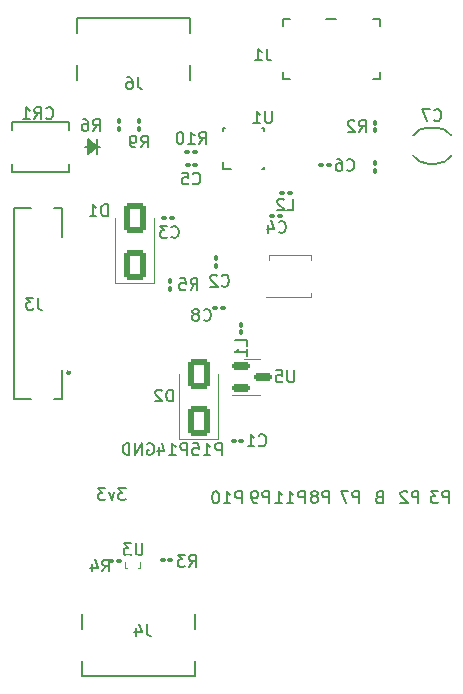
<source format=gbo>
%TF.GenerationSoftware,KiCad,Pcbnew,7.0.5*%
%TF.CreationDate,2023-07-07T08:41:41+03:00*%
%TF.ProjectId,carrier_board_v1,63617272-6965-4725-9f62-6f6172645f76,v01*%
%TF.SameCoordinates,Original*%
%TF.FileFunction,Legend,Bot*%
%TF.FilePolarity,Positive*%
%FSLAX46Y46*%
G04 Gerber Fmt 4.6, Leading zero omitted, Abs format (unit mm)*
G04 Created by KiCad (PCBNEW 7.0.5) date 2023-07-07 08:41:41*
%MOMM*%
%LPD*%
G01*
G04 APERTURE LIST*
G04 Aperture macros list*
%AMRoundRect*
0 Rectangle with rounded corners*
0 $1 Rounding radius*
0 $2 $3 $4 $5 $6 $7 $8 $9 X,Y pos of 4 corners*
0 Add a 4 corners polygon primitive as box body*
4,1,4,$2,$3,$4,$5,$6,$7,$8,$9,$2,$3,0*
0 Add four circle primitives for the rounded corners*
1,1,$1+$1,$2,$3*
1,1,$1+$1,$4,$5*
1,1,$1+$1,$6,$7*
1,1,$1+$1,$8,$9*
0 Add four rect primitives between the rounded corners*
20,1,$1+$1,$2,$3,$4,$5,0*
20,1,$1+$1,$4,$5,$6,$7,0*
20,1,$1+$1,$6,$7,$8,$9,0*
20,1,$1+$1,$8,$9,$2,$3,0*%
%AMOutline4P*
0 Free polygon, 4 corners , with rotation*
0 The origin of the aperture is its center*
0 number of corners: always 4*
0 $1 to $8 corner X, Y*
0 $9 Rotation angle, in degrees counterclockwise*
0 create outline with 4 corners*
4,1,4,$1,$2,$3,$4,$5,$6,$7,$8,$1,$2,$9*%
%AMFreePoly0*
4,1,17,1.395000,0.765000,0.855000,0.765000,0.855000,0.535000,1.395000,0.535000,1.395000,0.115000,0.855000,0.115000,0.855000,-0.115000,1.395000,-0.115000,1.395000,-0.535000,0.855000,-0.535000,0.855000,-0.765000,1.395000,-0.765000,1.395000,-1.185000,-0.855000,-1.185000,-0.855000,1.185000,1.395000,1.185000,1.395000,0.765000,1.395000,0.765000,$1*%
G04 Aperture macros list end*
%ADD10C,0.150000*%
%ADD11C,0.120000*%
%ADD12C,0.200000*%
%ADD13C,0.152400*%
%ADD14C,0.127000*%
%ADD15C,0.300000*%
%ADD16R,1.700000X1.700000*%
%ADD17O,1.700000X1.700000*%
%ADD18C,6.100000*%
%ADD19RoundRect,0.100000X0.100000X-0.130000X0.100000X0.130000X-0.100000X0.130000X-0.100000X-0.130000X0*%
%ADD20RoundRect,0.150000X-0.587500X-0.150000X0.587500X-0.150000X0.587500X0.150000X-0.587500X0.150000X0*%
%ADD21C,0.499999*%
%ADD22R,1.679999X1.679999*%
%ADD23R,0.240000X0.599999*%
%ADD24R,0.599999X0.240000*%
%ADD25C,1.168400*%
%ADD26RoundRect,0.100000X-0.130000X-0.100000X0.130000X-0.100000X0.130000X0.100000X-0.130000X0.100000X0*%
%ADD27RoundRect,0.100000X0.130000X0.100000X-0.130000X0.100000X-0.130000X-0.100000X0.130000X-0.100000X0*%
%ADD28C,0.650000*%
%ADD29R,0.600000X1.150000*%
%ADD30R,0.300000X1.150000*%
%ADD31O,1.050000X2.100000*%
%ADD32O,1.000000X2.000000*%
%ADD33R,0.300000X0.300000*%
%ADD34R,2.209800X2.260600*%
%ADD35Outline4P,-0.800000X-1.500000X0.800000X-1.500000X0.800000X1.500000X-0.800000X1.500000X180.000000*%
%ADD36Outline4P,-0.500000X-2.750000X0.500000X-2.750000X0.500000X2.750000X-0.500000X2.750000X180.000000*%
%ADD37R,1.000000X0.300000*%
%ADD38R,1.300000X1.650000*%
%ADD39RoundRect,0.100000X-0.100000X0.130000X-0.100000X-0.130000X0.100000X-0.130000X0.100000X0.130000X0*%
%ADD40RoundRect,0.250000X0.650000X-1.000000X0.650000X1.000000X-0.650000X1.000000X-0.650000X-1.000000X0*%
%ADD41R,0.700000X0.420000*%
%ADD42FreePoly0,0.000000*%
G04 APERTURE END LIST*
D10*
X149538094Y-119729819D02*
X149538094Y-118729819D01*
X149538094Y-118729819D02*
X149157142Y-118729819D01*
X149157142Y-118729819D02*
X149061904Y-118777438D01*
X149061904Y-118777438D02*
X149014285Y-118825057D01*
X149014285Y-118825057D02*
X148966666Y-118920295D01*
X148966666Y-118920295D02*
X148966666Y-119063152D01*
X148966666Y-119063152D02*
X149014285Y-119158390D01*
X149014285Y-119158390D02*
X149061904Y-119206009D01*
X149061904Y-119206009D02*
X149157142Y-119253628D01*
X149157142Y-119253628D02*
X149538094Y-119253628D01*
X148490475Y-119729819D02*
X148299999Y-119729819D01*
X148299999Y-119729819D02*
X148204761Y-119682200D01*
X148204761Y-119682200D02*
X148157142Y-119634580D01*
X148157142Y-119634580D02*
X148061904Y-119491723D01*
X148061904Y-119491723D02*
X148014285Y-119301247D01*
X148014285Y-119301247D02*
X148014285Y-118920295D01*
X148014285Y-118920295D02*
X148061904Y-118825057D01*
X148061904Y-118825057D02*
X148109523Y-118777438D01*
X148109523Y-118777438D02*
X148204761Y-118729819D01*
X148204761Y-118729819D02*
X148395237Y-118729819D01*
X148395237Y-118729819D02*
X148490475Y-118777438D01*
X148490475Y-118777438D02*
X148538094Y-118825057D01*
X148538094Y-118825057D02*
X148585713Y-118920295D01*
X148585713Y-118920295D02*
X148585713Y-119158390D01*
X148585713Y-119158390D02*
X148538094Y-119253628D01*
X148538094Y-119253628D02*
X148490475Y-119301247D01*
X148490475Y-119301247D02*
X148395237Y-119348866D01*
X148395237Y-119348866D02*
X148204761Y-119348866D01*
X148204761Y-119348866D02*
X148109523Y-119301247D01*
X148109523Y-119301247D02*
X148061904Y-119253628D01*
X148061904Y-119253628D02*
X148014285Y-119158390D01*
X164763094Y-119729819D02*
X164763094Y-118729819D01*
X164763094Y-118729819D02*
X164382142Y-118729819D01*
X164382142Y-118729819D02*
X164286904Y-118777438D01*
X164286904Y-118777438D02*
X164239285Y-118825057D01*
X164239285Y-118825057D02*
X164191666Y-118920295D01*
X164191666Y-118920295D02*
X164191666Y-119063152D01*
X164191666Y-119063152D02*
X164239285Y-119158390D01*
X164239285Y-119158390D02*
X164286904Y-119206009D01*
X164286904Y-119206009D02*
X164382142Y-119253628D01*
X164382142Y-119253628D02*
X164763094Y-119253628D01*
X163858332Y-118729819D02*
X163239285Y-118729819D01*
X163239285Y-118729819D02*
X163572618Y-119110771D01*
X163572618Y-119110771D02*
X163429761Y-119110771D01*
X163429761Y-119110771D02*
X163334523Y-119158390D01*
X163334523Y-119158390D02*
X163286904Y-119206009D01*
X163286904Y-119206009D02*
X163239285Y-119301247D01*
X163239285Y-119301247D02*
X163239285Y-119539342D01*
X163239285Y-119539342D02*
X163286904Y-119634580D01*
X163286904Y-119634580D02*
X163334523Y-119682200D01*
X163334523Y-119682200D02*
X163429761Y-119729819D01*
X163429761Y-119729819D02*
X163715475Y-119729819D01*
X163715475Y-119729819D02*
X163810713Y-119682200D01*
X163810713Y-119682200D02*
X163858332Y-119634580D01*
X139236904Y-114702438D02*
X139332142Y-114654819D01*
X139332142Y-114654819D02*
X139474999Y-114654819D01*
X139474999Y-114654819D02*
X139617856Y-114702438D01*
X139617856Y-114702438D02*
X139713094Y-114797676D01*
X139713094Y-114797676D02*
X139760713Y-114892914D01*
X139760713Y-114892914D02*
X139808332Y-115083390D01*
X139808332Y-115083390D02*
X139808332Y-115226247D01*
X139808332Y-115226247D02*
X139760713Y-115416723D01*
X139760713Y-115416723D02*
X139713094Y-115511961D01*
X139713094Y-115511961D02*
X139617856Y-115607200D01*
X139617856Y-115607200D02*
X139474999Y-115654819D01*
X139474999Y-115654819D02*
X139379761Y-115654819D01*
X139379761Y-115654819D02*
X139236904Y-115607200D01*
X139236904Y-115607200D02*
X139189285Y-115559580D01*
X139189285Y-115559580D02*
X139189285Y-115226247D01*
X139189285Y-115226247D02*
X139379761Y-115226247D01*
X138760713Y-115654819D02*
X138760713Y-114654819D01*
X138760713Y-114654819D02*
X138189285Y-115654819D01*
X138189285Y-115654819D02*
X138189285Y-114654819D01*
X137713094Y-115654819D02*
X137713094Y-114654819D01*
X137713094Y-114654819D02*
X137474999Y-114654819D01*
X137474999Y-114654819D02*
X137332142Y-114702438D01*
X137332142Y-114702438D02*
X137236904Y-114797676D01*
X137236904Y-114797676D02*
X137189285Y-114892914D01*
X137189285Y-114892914D02*
X137141666Y-115083390D01*
X137141666Y-115083390D02*
X137141666Y-115226247D01*
X137141666Y-115226247D02*
X137189285Y-115416723D01*
X137189285Y-115416723D02*
X137236904Y-115511961D01*
X137236904Y-115511961D02*
X137332142Y-115607200D01*
X137332142Y-115607200D02*
X137474999Y-115654819D01*
X137474999Y-115654819D02*
X137713094Y-115654819D01*
X157163094Y-119724819D02*
X157163094Y-118724819D01*
X157163094Y-118724819D02*
X156782142Y-118724819D01*
X156782142Y-118724819D02*
X156686904Y-118772438D01*
X156686904Y-118772438D02*
X156639285Y-118820057D01*
X156639285Y-118820057D02*
X156591666Y-118915295D01*
X156591666Y-118915295D02*
X156591666Y-119058152D01*
X156591666Y-119058152D02*
X156639285Y-119153390D01*
X156639285Y-119153390D02*
X156686904Y-119201009D01*
X156686904Y-119201009D02*
X156782142Y-119248628D01*
X156782142Y-119248628D02*
X157163094Y-119248628D01*
X156258332Y-118724819D02*
X155591666Y-118724819D01*
X155591666Y-118724819D02*
X156020237Y-119724819D01*
X142589285Y-115679819D02*
X142589285Y-114679819D01*
X142589285Y-114679819D02*
X142208333Y-114679819D01*
X142208333Y-114679819D02*
X142113095Y-114727438D01*
X142113095Y-114727438D02*
X142065476Y-114775057D01*
X142065476Y-114775057D02*
X142017857Y-114870295D01*
X142017857Y-114870295D02*
X142017857Y-115013152D01*
X142017857Y-115013152D02*
X142065476Y-115108390D01*
X142065476Y-115108390D02*
X142113095Y-115156009D01*
X142113095Y-115156009D02*
X142208333Y-115203628D01*
X142208333Y-115203628D02*
X142589285Y-115203628D01*
X141065476Y-115679819D02*
X141636904Y-115679819D01*
X141351190Y-115679819D02*
X141351190Y-114679819D01*
X141351190Y-114679819D02*
X141446428Y-114822676D01*
X141446428Y-114822676D02*
X141541666Y-114917914D01*
X141541666Y-114917914D02*
X141636904Y-114965533D01*
X140208333Y-115013152D02*
X140208333Y-115679819D01*
X140446428Y-114632200D02*
X140684523Y-115346485D01*
X140684523Y-115346485D02*
X140065476Y-115346485D01*
X147214285Y-119754819D02*
X147214285Y-118754819D01*
X147214285Y-118754819D02*
X146833333Y-118754819D01*
X146833333Y-118754819D02*
X146738095Y-118802438D01*
X146738095Y-118802438D02*
X146690476Y-118850057D01*
X146690476Y-118850057D02*
X146642857Y-118945295D01*
X146642857Y-118945295D02*
X146642857Y-119088152D01*
X146642857Y-119088152D02*
X146690476Y-119183390D01*
X146690476Y-119183390D02*
X146738095Y-119231009D01*
X146738095Y-119231009D02*
X146833333Y-119278628D01*
X146833333Y-119278628D02*
X147214285Y-119278628D01*
X145690476Y-119754819D02*
X146261904Y-119754819D01*
X145976190Y-119754819D02*
X145976190Y-118754819D01*
X145976190Y-118754819D02*
X146071428Y-118897676D01*
X146071428Y-118897676D02*
X146166666Y-118992914D01*
X146166666Y-118992914D02*
X146261904Y-119040533D01*
X145071428Y-118754819D02*
X144976190Y-118754819D01*
X144976190Y-118754819D02*
X144880952Y-118802438D01*
X144880952Y-118802438D02*
X144833333Y-118850057D01*
X144833333Y-118850057D02*
X144785714Y-118945295D01*
X144785714Y-118945295D02*
X144738095Y-119135771D01*
X144738095Y-119135771D02*
X144738095Y-119373866D01*
X144738095Y-119373866D02*
X144785714Y-119564342D01*
X144785714Y-119564342D02*
X144833333Y-119659580D01*
X144833333Y-119659580D02*
X144880952Y-119707200D01*
X144880952Y-119707200D02*
X144976190Y-119754819D01*
X144976190Y-119754819D02*
X145071428Y-119754819D01*
X145071428Y-119754819D02*
X145166666Y-119707200D01*
X145166666Y-119707200D02*
X145214285Y-119659580D01*
X145214285Y-119659580D02*
X145261904Y-119564342D01*
X145261904Y-119564342D02*
X145309523Y-119373866D01*
X145309523Y-119373866D02*
X145309523Y-119135771D01*
X145309523Y-119135771D02*
X145261904Y-118945295D01*
X145261904Y-118945295D02*
X145214285Y-118850057D01*
X145214285Y-118850057D02*
X145166666Y-118802438D01*
X145166666Y-118802438D02*
X145071428Y-118754819D01*
X145514285Y-115679819D02*
X145514285Y-114679819D01*
X145514285Y-114679819D02*
X145133333Y-114679819D01*
X145133333Y-114679819D02*
X145038095Y-114727438D01*
X145038095Y-114727438D02*
X144990476Y-114775057D01*
X144990476Y-114775057D02*
X144942857Y-114870295D01*
X144942857Y-114870295D02*
X144942857Y-115013152D01*
X144942857Y-115013152D02*
X144990476Y-115108390D01*
X144990476Y-115108390D02*
X145038095Y-115156009D01*
X145038095Y-115156009D02*
X145133333Y-115203628D01*
X145133333Y-115203628D02*
X145514285Y-115203628D01*
X143990476Y-115679819D02*
X144561904Y-115679819D01*
X144276190Y-115679819D02*
X144276190Y-114679819D01*
X144276190Y-114679819D02*
X144371428Y-114822676D01*
X144371428Y-114822676D02*
X144466666Y-114917914D01*
X144466666Y-114917914D02*
X144561904Y-114965533D01*
X143085714Y-114679819D02*
X143561904Y-114679819D01*
X143561904Y-114679819D02*
X143609523Y-115156009D01*
X143609523Y-115156009D02*
X143561904Y-115108390D01*
X143561904Y-115108390D02*
X143466666Y-115060771D01*
X143466666Y-115060771D02*
X143228571Y-115060771D01*
X143228571Y-115060771D02*
X143133333Y-115108390D01*
X143133333Y-115108390D02*
X143085714Y-115156009D01*
X143085714Y-115156009D02*
X143038095Y-115251247D01*
X143038095Y-115251247D02*
X143038095Y-115489342D01*
X143038095Y-115489342D02*
X143085714Y-115584580D01*
X143085714Y-115584580D02*
X143133333Y-115632200D01*
X143133333Y-115632200D02*
X143228571Y-115679819D01*
X143228571Y-115679819D02*
X143466666Y-115679819D01*
X143466666Y-115679819D02*
X143561904Y-115632200D01*
X143561904Y-115632200D02*
X143609523Y-115584580D01*
X154613094Y-119729819D02*
X154613094Y-118729819D01*
X154613094Y-118729819D02*
X154232142Y-118729819D01*
X154232142Y-118729819D02*
X154136904Y-118777438D01*
X154136904Y-118777438D02*
X154089285Y-118825057D01*
X154089285Y-118825057D02*
X154041666Y-118920295D01*
X154041666Y-118920295D02*
X154041666Y-119063152D01*
X154041666Y-119063152D02*
X154089285Y-119158390D01*
X154089285Y-119158390D02*
X154136904Y-119206009D01*
X154136904Y-119206009D02*
X154232142Y-119253628D01*
X154232142Y-119253628D02*
X154613094Y-119253628D01*
X153470237Y-119158390D02*
X153565475Y-119110771D01*
X153565475Y-119110771D02*
X153613094Y-119063152D01*
X153613094Y-119063152D02*
X153660713Y-118967914D01*
X153660713Y-118967914D02*
X153660713Y-118920295D01*
X153660713Y-118920295D02*
X153613094Y-118825057D01*
X153613094Y-118825057D02*
X153565475Y-118777438D01*
X153565475Y-118777438D02*
X153470237Y-118729819D01*
X153470237Y-118729819D02*
X153279761Y-118729819D01*
X153279761Y-118729819D02*
X153184523Y-118777438D01*
X153184523Y-118777438D02*
X153136904Y-118825057D01*
X153136904Y-118825057D02*
X153089285Y-118920295D01*
X153089285Y-118920295D02*
X153089285Y-118967914D01*
X153089285Y-118967914D02*
X153136904Y-119063152D01*
X153136904Y-119063152D02*
X153184523Y-119110771D01*
X153184523Y-119110771D02*
X153279761Y-119158390D01*
X153279761Y-119158390D02*
X153470237Y-119158390D01*
X153470237Y-119158390D02*
X153565475Y-119206009D01*
X153565475Y-119206009D02*
X153613094Y-119253628D01*
X153613094Y-119253628D02*
X153660713Y-119348866D01*
X153660713Y-119348866D02*
X153660713Y-119539342D01*
X153660713Y-119539342D02*
X153613094Y-119634580D01*
X153613094Y-119634580D02*
X153565475Y-119682200D01*
X153565475Y-119682200D02*
X153470237Y-119729819D01*
X153470237Y-119729819D02*
X153279761Y-119729819D01*
X153279761Y-119729819D02*
X153184523Y-119682200D01*
X153184523Y-119682200D02*
X153136904Y-119634580D01*
X153136904Y-119634580D02*
X153089285Y-119539342D01*
X153089285Y-119539342D02*
X153089285Y-119348866D01*
X153089285Y-119348866D02*
X153136904Y-119253628D01*
X153136904Y-119253628D02*
X153184523Y-119206009D01*
X153184523Y-119206009D02*
X153279761Y-119158390D01*
X137390475Y-118479819D02*
X136771428Y-118479819D01*
X136771428Y-118479819D02*
X137104761Y-118860771D01*
X137104761Y-118860771D02*
X136961904Y-118860771D01*
X136961904Y-118860771D02*
X136866666Y-118908390D01*
X136866666Y-118908390D02*
X136819047Y-118956009D01*
X136819047Y-118956009D02*
X136771428Y-119051247D01*
X136771428Y-119051247D02*
X136771428Y-119289342D01*
X136771428Y-119289342D02*
X136819047Y-119384580D01*
X136819047Y-119384580D02*
X136866666Y-119432200D01*
X136866666Y-119432200D02*
X136961904Y-119479819D01*
X136961904Y-119479819D02*
X137247618Y-119479819D01*
X137247618Y-119479819D02*
X137342856Y-119432200D01*
X137342856Y-119432200D02*
X137390475Y-119384580D01*
X136438094Y-118813152D02*
X136199999Y-119479819D01*
X136199999Y-119479819D02*
X135961904Y-118813152D01*
X135676189Y-118479819D02*
X135057142Y-118479819D01*
X135057142Y-118479819D02*
X135390475Y-118860771D01*
X135390475Y-118860771D02*
X135247618Y-118860771D01*
X135247618Y-118860771D02*
X135152380Y-118908390D01*
X135152380Y-118908390D02*
X135104761Y-118956009D01*
X135104761Y-118956009D02*
X135057142Y-119051247D01*
X135057142Y-119051247D02*
X135057142Y-119289342D01*
X135057142Y-119289342D02*
X135104761Y-119384580D01*
X135104761Y-119384580D02*
X135152380Y-119432200D01*
X135152380Y-119432200D02*
X135247618Y-119479819D01*
X135247618Y-119479819D02*
X135533332Y-119479819D01*
X135533332Y-119479819D02*
X135628570Y-119432200D01*
X135628570Y-119432200D02*
X135676189Y-119384580D01*
X152539285Y-119729819D02*
X152539285Y-118729819D01*
X152539285Y-118729819D02*
X152158333Y-118729819D01*
X152158333Y-118729819D02*
X152063095Y-118777438D01*
X152063095Y-118777438D02*
X152015476Y-118825057D01*
X152015476Y-118825057D02*
X151967857Y-118920295D01*
X151967857Y-118920295D02*
X151967857Y-119063152D01*
X151967857Y-119063152D02*
X152015476Y-119158390D01*
X152015476Y-119158390D02*
X152063095Y-119206009D01*
X152063095Y-119206009D02*
X152158333Y-119253628D01*
X152158333Y-119253628D02*
X152539285Y-119253628D01*
X151015476Y-119729819D02*
X151586904Y-119729819D01*
X151301190Y-119729819D02*
X151301190Y-118729819D01*
X151301190Y-118729819D02*
X151396428Y-118872676D01*
X151396428Y-118872676D02*
X151491666Y-118967914D01*
X151491666Y-118967914D02*
X151586904Y-119015533D01*
X150063095Y-119729819D02*
X150634523Y-119729819D01*
X150348809Y-119729819D02*
X150348809Y-118729819D01*
X150348809Y-118729819D02*
X150444047Y-118872676D01*
X150444047Y-118872676D02*
X150539285Y-118967914D01*
X150539285Y-118967914D02*
X150634523Y-119015533D01*
X158853571Y-119231009D02*
X158710714Y-119278628D01*
X158710714Y-119278628D02*
X158663095Y-119326247D01*
X158663095Y-119326247D02*
X158615476Y-119421485D01*
X158615476Y-119421485D02*
X158615476Y-119564342D01*
X158615476Y-119564342D02*
X158663095Y-119659580D01*
X158663095Y-119659580D02*
X158710714Y-119707200D01*
X158710714Y-119707200D02*
X158805952Y-119754819D01*
X158805952Y-119754819D02*
X159186904Y-119754819D01*
X159186904Y-119754819D02*
X159186904Y-118754819D01*
X159186904Y-118754819D02*
X158853571Y-118754819D01*
X158853571Y-118754819D02*
X158758333Y-118802438D01*
X158758333Y-118802438D02*
X158710714Y-118850057D01*
X158710714Y-118850057D02*
X158663095Y-118945295D01*
X158663095Y-118945295D02*
X158663095Y-119040533D01*
X158663095Y-119040533D02*
X158710714Y-119135771D01*
X158710714Y-119135771D02*
X158758333Y-119183390D01*
X158758333Y-119183390D02*
X158853571Y-119231009D01*
X158853571Y-119231009D02*
X159186904Y-119231009D01*
X162188094Y-119724819D02*
X162188094Y-118724819D01*
X162188094Y-118724819D02*
X161807142Y-118724819D01*
X161807142Y-118724819D02*
X161711904Y-118772438D01*
X161711904Y-118772438D02*
X161664285Y-118820057D01*
X161664285Y-118820057D02*
X161616666Y-118915295D01*
X161616666Y-118915295D02*
X161616666Y-119058152D01*
X161616666Y-119058152D02*
X161664285Y-119153390D01*
X161664285Y-119153390D02*
X161711904Y-119201009D01*
X161711904Y-119201009D02*
X161807142Y-119248628D01*
X161807142Y-119248628D02*
X162188094Y-119248628D01*
X161235713Y-118820057D02*
X161188094Y-118772438D01*
X161188094Y-118772438D02*
X161092856Y-118724819D01*
X161092856Y-118724819D02*
X160854761Y-118724819D01*
X160854761Y-118724819D02*
X160759523Y-118772438D01*
X160759523Y-118772438D02*
X160711904Y-118820057D01*
X160711904Y-118820057D02*
X160664285Y-118915295D01*
X160664285Y-118915295D02*
X160664285Y-119010533D01*
X160664285Y-119010533D02*
X160711904Y-119153390D01*
X160711904Y-119153390D02*
X161283332Y-119724819D01*
X161283332Y-119724819D02*
X160664285Y-119724819D01*
%TO.C,L1*%
X147634819Y-106413333D02*
X147634819Y-105937143D01*
X147634819Y-105937143D02*
X146634819Y-105937143D01*
X147634819Y-107270476D02*
X147634819Y-106699048D01*
X147634819Y-106984762D02*
X146634819Y-106984762D01*
X146634819Y-106984762D02*
X146777676Y-106889524D01*
X146777676Y-106889524D02*
X146872914Y-106794286D01*
X146872914Y-106794286D02*
X146920533Y-106699048D01*
%TO.C,R6*%
X134616666Y-88229819D02*
X134949999Y-87753628D01*
X135188094Y-88229819D02*
X135188094Y-87229819D01*
X135188094Y-87229819D02*
X134807142Y-87229819D01*
X134807142Y-87229819D02*
X134711904Y-87277438D01*
X134711904Y-87277438D02*
X134664285Y-87325057D01*
X134664285Y-87325057D02*
X134616666Y-87420295D01*
X134616666Y-87420295D02*
X134616666Y-87563152D01*
X134616666Y-87563152D02*
X134664285Y-87658390D01*
X134664285Y-87658390D02*
X134711904Y-87706009D01*
X134711904Y-87706009D02*
X134807142Y-87753628D01*
X134807142Y-87753628D02*
X135188094Y-87753628D01*
X133759523Y-87229819D02*
X133949999Y-87229819D01*
X133949999Y-87229819D02*
X134045237Y-87277438D01*
X134045237Y-87277438D02*
X134092856Y-87325057D01*
X134092856Y-87325057D02*
X134188094Y-87467914D01*
X134188094Y-87467914D02*
X134235713Y-87658390D01*
X134235713Y-87658390D02*
X134235713Y-88039342D01*
X134235713Y-88039342D02*
X134188094Y-88134580D01*
X134188094Y-88134580D02*
X134140475Y-88182200D01*
X134140475Y-88182200D02*
X134045237Y-88229819D01*
X134045237Y-88229819D02*
X133854761Y-88229819D01*
X133854761Y-88229819D02*
X133759523Y-88182200D01*
X133759523Y-88182200D02*
X133711904Y-88134580D01*
X133711904Y-88134580D02*
X133664285Y-88039342D01*
X133664285Y-88039342D02*
X133664285Y-87801247D01*
X133664285Y-87801247D02*
X133711904Y-87706009D01*
X133711904Y-87706009D02*
X133759523Y-87658390D01*
X133759523Y-87658390D02*
X133854761Y-87610771D01*
X133854761Y-87610771D02*
X134045237Y-87610771D01*
X134045237Y-87610771D02*
X134140475Y-87658390D01*
X134140475Y-87658390D02*
X134188094Y-87706009D01*
X134188094Y-87706009D02*
X134235713Y-87801247D01*
%TO.C,R2*%
X157141666Y-88329819D02*
X157474999Y-87853628D01*
X157713094Y-88329819D02*
X157713094Y-87329819D01*
X157713094Y-87329819D02*
X157332142Y-87329819D01*
X157332142Y-87329819D02*
X157236904Y-87377438D01*
X157236904Y-87377438D02*
X157189285Y-87425057D01*
X157189285Y-87425057D02*
X157141666Y-87520295D01*
X157141666Y-87520295D02*
X157141666Y-87663152D01*
X157141666Y-87663152D02*
X157189285Y-87758390D01*
X157189285Y-87758390D02*
X157236904Y-87806009D01*
X157236904Y-87806009D02*
X157332142Y-87853628D01*
X157332142Y-87853628D02*
X157713094Y-87853628D01*
X156760713Y-87425057D02*
X156713094Y-87377438D01*
X156713094Y-87377438D02*
X156617856Y-87329819D01*
X156617856Y-87329819D02*
X156379761Y-87329819D01*
X156379761Y-87329819D02*
X156284523Y-87377438D01*
X156284523Y-87377438D02*
X156236904Y-87425057D01*
X156236904Y-87425057D02*
X156189285Y-87520295D01*
X156189285Y-87520295D02*
X156189285Y-87615533D01*
X156189285Y-87615533D02*
X156236904Y-87758390D01*
X156236904Y-87758390D02*
X156808332Y-88329819D01*
X156808332Y-88329819D02*
X156189285Y-88329819D01*
%TO.C,U5*%
X151661904Y-108504819D02*
X151661904Y-109314342D01*
X151661904Y-109314342D02*
X151614285Y-109409580D01*
X151614285Y-109409580D02*
X151566666Y-109457200D01*
X151566666Y-109457200D02*
X151471428Y-109504819D01*
X151471428Y-109504819D02*
X151280952Y-109504819D01*
X151280952Y-109504819D02*
X151185714Y-109457200D01*
X151185714Y-109457200D02*
X151138095Y-109409580D01*
X151138095Y-109409580D02*
X151090476Y-109314342D01*
X151090476Y-109314342D02*
X151090476Y-108504819D01*
X150138095Y-108504819D02*
X150614285Y-108504819D01*
X150614285Y-108504819D02*
X150661904Y-108981009D01*
X150661904Y-108981009D02*
X150614285Y-108933390D01*
X150614285Y-108933390D02*
X150519047Y-108885771D01*
X150519047Y-108885771D02*
X150280952Y-108885771D01*
X150280952Y-108885771D02*
X150185714Y-108933390D01*
X150185714Y-108933390D02*
X150138095Y-108981009D01*
X150138095Y-108981009D02*
X150090476Y-109076247D01*
X150090476Y-109076247D02*
X150090476Y-109314342D01*
X150090476Y-109314342D02*
X150138095Y-109409580D01*
X150138095Y-109409580D02*
X150185714Y-109457200D01*
X150185714Y-109457200D02*
X150280952Y-109504819D01*
X150280952Y-109504819D02*
X150519047Y-109504819D01*
X150519047Y-109504819D02*
X150614285Y-109457200D01*
X150614285Y-109457200D02*
X150661904Y-109409580D01*
%TO.C,R5*%
X142891666Y-101704819D02*
X143224999Y-101228628D01*
X143463094Y-101704819D02*
X143463094Y-100704819D01*
X143463094Y-100704819D02*
X143082142Y-100704819D01*
X143082142Y-100704819D02*
X142986904Y-100752438D01*
X142986904Y-100752438D02*
X142939285Y-100800057D01*
X142939285Y-100800057D02*
X142891666Y-100895295D01*
X142891666Y-100895295D02*
X142891666Y-101038152D01*
X142891666Y-101038152D02*
X142939285Y-101133390D01*
X142939285Y-101133390D02*
X142986904Y-101181009D01*
X142986904Y-101181009D02*
X143082142Y-101228628D01*
X143082142Y-101228628D02*
X143463094Y-101228628D01*
X141986904Y-100704819D02*
X142463094Y-100704819D01*
X142463094Y-100704819D02*
X142510713Y-101181009D01*
X142510713Y-101181009D02*
X142463094Y-101133390D01*
X142463094Y-101133390D02*
X142367856Y-101085771D01*
X142367856Y-101085771D02*
X142129761Y-101085771D01*
X142129761Y-101085771D02*
X142034523Y-101133390D01*
X142034523Y-101133390D02*
X141986904Y-101181009D01*
X141986904Y-101181009D02*
X141939285Y-101276247D01*
X141939285Y-101276247D02*
X141939285Y-101514342D01*
X141939285Y-101514342D02*
X141986904Y-101609580D01*
X141986904Y-101609580D02*
X142034523Y-101657200D01*
X142034523Y-101657200D02*
X142129761Y-101704819D01*
X142129761Y-101704819D02*
X142367856Y-101704819D01*
X142367856Y-101704819D02*
X142463094Y-101657200D01*
X142463094Y-101657200D02*
X142510713Y-101609580D01*
%TO.C,U1*%
X149786904Y-86554819D02*
X149786904Y-87364342D01*
X149786904Y-87364342D02*
X149739285Y-87459580D01*
X149739285Y-87459580D02*
X149691666Y-87507200D01*
X149691666Y-87507200D02*
X149596428Y-87554819D01*
X149596428Y-87554819D02*
X149405952Y-87554819D01*
X149405952Y-87554819D02*
X149310714Y-87507200D01*
X149310714Y-87507200D02*
X149263095Y-87459580D01*
X149263095Y-87459580D02*
X149215476Y-87364342D01*
X149215476Y-87364342D02*
X149215476Y-86554819D01*
X148215476Y-87554819D02*
X148786904Y-87554819D01*
X148501190Y-87554819D02*
X148501190Y-86554819D01*
X148501190Y-86554819D02*
X148596428Y-86697676D01*
X148596428Y-86697676D02*
X148691666Y-86792914D01*
X148691666Y-86792914D02*
X148786904Y-86840533D01*
%TO.C,C7*%
X163516666Y-87309580D02*
X163564285Y-87357200D01*
X163564285Y-87357200D02*
X163707142Y-87404819D01*
X163707142Y-87404819D02*
X163802380Y-87404819D01*
X163802380Y-87404819D02*
X163945237Y-87357200D01*
X163945237Y-87357200D02*
X164040475Y-87261961D01*
X164040475Y-87261961D02*
X164088094Y-87166723D01*
X164088094Y-87166723D02*
X164135713Y-86976247D01*
X164135713Y-86976247D02*
X164135713Y-86833390D01*
X164135713Y-86833390D02*
X164088094Y-86642914D01*
X164088094Y-86642914D02*
X164040475Y-86547676D01*
X164040475Y-86547676D02*
X163945237Y-86452438D01*
X163945237Y-86452438D02*
X163802380Y-86404819D01*
X163802380Y-86404819D02*
X163707142Y-86404819D01*
X163707142Y-86404819D02*
X163564285Y-86452438D01*
X163564285Y-86452438D02*
X163516666Y-86500057D01*
X163183332Y-86404819D02*
X162516666Y-86404819D01*
X162516666Y-86404819D02*
X162945237Y-87404819D01*
%TO.C,C6*%
X156126666Y-91509580D02*
X156174285Y-91557200D01*
X156174285Y-91557200D02*
X156317142Y-91604819D01*
X156317142Y-91604819D02*
X156412380Y-91604819D01*
X156412380Y-91604819D02*
X156555237Y-91557200D01*
X156555237Y-91557200D02*
X156650475Y-91461961D01*
X156650475Y-91461961D02*
X156698094Y-91366723D01*
X156698094Y-91366723D02*
X156745713Y-91176247D01*
X156745713Y-91176247D02*
X156745713Y-91033390D01*
X156745713Y-91033390D02*
X156698094Y-90842914D01*
X156698094Y-90842914D02*
X156650475Y-90747676D01*
X156650475Y-90747676D02*
X156555237Y-90652438D01*
X156555237Y-90652438D02*
X156412380Y-90604819D01*
X156412380Y-90604819D02*
X156317142Y-90604819D01*
X156317142Y-90604819D02*
X156174285Y-90652438D01*
X156174285Y-90652438D02*
X156126666Y-90700057D01*
X155269523Y-90604819D02*
X155459999Y-90604819D01*
X155459999Y-90604819D02*
X155555237Y-90652438D01*
X155555237Y-90652438D02*
X155602856Y-90700057D01*
X155602856Y-90700057D02*
X155698094Y-90842914D01*
X155698094Y-90842914D02*
X155745713Y-91033390D01*
X155745713Y-91033390D02*
X155745713Y-91414342D01*
X155745713Y-91414342D02*
X155698094Y-91509580D01*
X155698094Y-91509580D02*
X155650475Y-91557200D01*
X155650475Y-91557200D02*
X155555237Y-91604819D01*
X155555237Y-91604819D02*
X155364761Y-91604819D01*
X155364761Y-91604819D02*
X155269523Y-91557200D01*
X155269523Y-91557200D02*
X155221904Y-91509580D01*
X155221904Y-91509580D02*
X155174285Y-91414342D01*
X155174285Y-91414342D02*
X155174285Y-91176247D01*
X155174285Y-91176247D02*
X155221904Y-91081009D01*
X155221904Y-91081009D02*
X155269523Y-91033390D01*
X155269523Y-91033390D02*
X155364761Y-90985771D01*
X155364761Y-90985771D02*
X155555237Y-90985771D01*
X155555237Y-90985771D02*
X155650475Y-91033390D01*
X155650475Y-91033390D02*
X155698094Y-91081009D01*
X155698094Y-91081009D02*
X155745713Y-91176247D01*
%TO.C,C3*%
X141266666Y-97184580D02*
X141314285Y-97232200D01*
X141314285Y-97232200D02*
X141457142Y-97279819D01*
X141457142Y-97279819D02*
X141552380Y-97279819D01*
X141552380Y-97279819D02*
X141695237Y-97232200D01*
X141695237Y-97232200D02*
X141790475Y-97136961D01*
X141790475Y-97136961D02*
X141838094Y-97041723D01*
X141838094Y-97041723D02*
X141885713Y-96851247D01*
X141885713Y-96851247D02*
X141885713Y-96708390D01*
X141885713Y-96708390D02*
X141838094Y-96517914D01*
X141838094Y-96517914D02*
X141790475Y-96422676D01*
X141790475Y-96422676D02*
X141695237Y-96327438D01*
X141695237Y-96327438D02*
X141552380Y-96279819D01*
X141552380Y-96279819D02*
X141457142Y-96279819D01*
X141457142Y-96279819D02*
X141314285Y-96327438D01*
X141314285Y-96327438D02*
X141266666Y-96375057D01*
X140933332Y-96279819D02*
X140314285Y-96279819D01*
X140314285Y-96279819D02*
X140647618Y-96660771D01*
X140647618Y-96660771D02*
X140504761Y-96660771D01*
X140504761Y-96660771D02*
X140409523Y-96708390D01*
X140409523Y-96708390D02*
X140361904Y-96756009D01*
X140361904Y-96756009D02*
X140314285Y-96851247D01*
X140314285Y-96851247D02*
X140314285Y-97089342D01*
X140314285Y-97089342D02*
X140361904Y-97184580D01*
X140361904Y-97184580D02*
X140409523Y-97232200D01*
X140409523Y-97232200D02*
X140504761Y-97279819D01*
X140504761Y-97279819D02*
X140790475Y-97279819D01*
X140790475Y-97279819D02*
X140885713Y-97232200D01*
X140885713Y-97232200D02*
X140933332Y-97184580D01*
%TO.C,J4*%
X139170833Y-129989819D02*
X139170833Y-130704104D01*
X139170833Y-130704104D02*
X139218452Y-130846961D01*
X139218452Y-130846961D02*
X139313690Y-130942200D01*
X139313690Y-130942200D02*
X139456547Y-130989819D01*
X139456547Y-130989819D02*
X139551785Y-130989819D01*
X138266071Y-130323152D02*
X138266071Y-130989819D01*
X138504166Y-129942200D02*
X138742261Y-130656485D01*
X138742261Y-130656485D02*
X138123214Y-130656485D01*
%TO.C,U3*%
X138811904Y-123154819D02*
X138811904Y-123964342D01*
X138811904Y-123964342D02*
X138764285Y-124059580D01*
X138764285Y-124059580D02*
X138716666Y-124107200D01*
X138716666Y-124107200D02*
X138621428Y-124154819D01*
X138621428Y-124154819D02*
X138430952Y-124154819D01*
X138430952Y-124154819D02*
X138335714Y-124107200D01*
X138335714Y-124107200D02*
X138288095Y-124059580D01*
X138288095Y-124059580D02*
X138240476Y-123964342D01*
X138240476Y-123964342D02*
X138240476Y-123154819D01*
X137859523Y-123154819D02*
X137240476Y-123154819D01*
X137240476Y-123154819D02*
X137573809Y-123535771D01*
X137573809Y-123535771D02*
X137430952Y-123535771D01*
X137430952Y-123535771D02*
X137335714Y-123583390D01*
X137335714Y-123583390D02*
X137288095Y-123631009D01*
X137288095Y-123631009D02*
X137240476Y-123726247D01*
X137240476Y-123726247D02*
X137240476Y-123964342D01*
X137240476Y-123964342D02*
X137288095Y-124059580D01*
X137288095Y-124059580D02*
X137335714Y-124107200D01*
X137335714Y-124107200D02*
X137430952Y-124154819D01*
X137430952Y-124154819D02*
X137716666Y-124154819D01*
X137716666Y-124154819D02*
X137811904Y-124107200D01*
X137811904Y-124107200D02*
X137859523Y-124059580D01*
%TO.C,R3*%
X142766666Y-125129819D02*
X143099999Y-124653628D01*
X143338094Y-125129819D02*
X143338094Y-124129819D01*
X143338094Y-124129819D02*
X142957142Y-124129819D01*
X142957142Y-124129819D02*
X142861904Y-124177438D01*
X142861904Y-124177438D02*
X142814285Y-124225057D01*
X142814285Y-124225057D02*
X142766666Y-124320295D01*
X142766666Y-124320295D02*
X142766666Y-124463152D01*
X142766666Y-124463152D02*
X142814285Y-124558390D01*
X142814285Y-124558390D02*
X142861904Y-124606009D01*
X142861904Y-124606009D02*
X142957142Y-124653628D01*
X142957142Y-124653628D02*
X143338094Y-124653628D01*
X142433332Y-124129819D02*
X141814285Y-124129819D01*
X141814285Y-124129819D02*
X142147618Y-124510771D01*
X142147618Y-124510771D02*
X142004761Y-124510771D01*
X142004761Y-124510771D02*
X141909523Y-124558390D01*
X141909523Y-124558390D02*
X141861904Y-124606009D01*
X141861904Y-124606009D02*
X141814285Y-124701247D01*
X141814285Y-124701247D02*
X141814285Y-124939342D01*
X141814285Y-124939342D02*
X141861904Y-125034580D01*
X141861904Y-125034580D02*
X141909523Y-125082200D01*
X141909523Y-125082200D02*
X142004761Y-125129819D01*
X142004761Y-125129819D02*
X142290475Y-125129819D01*
X142290475Y-125129819D02*
X142385713Y-125082200D01*
X142385713Y-125082200D02*
X142433332Y-125034580D01*
%TO.C,C1*%
X148666666Y-114834580D02*
X148714285Y-114882200D01*
X148714285Y-114882200D02*
X148857142Y-114929819D01*
X148857142Y-114929819D02*
X148952380Y-114929819D01*
X148952380Y-114929819D02*
X149095237Y-114882200D01*
X149095237Y-114882200D02*
X149190475Y-114786961D01*
X149190475Y-114786961D02*
X149238094Y-114691723D01*
X149238094Y-114691723D02*
X149285713Y-114501247D01*
X149285713Y-114501247D02*
X149285713Y-114358390D01*
X149285713Y-114358390D02*
X149238094Y-114167914D01*
X149238094Y-114167914D02*
X149190475Y-114072676D01*
X149190475Y-114072676D02*
X149095237Y-113977438D01*
X149095237Y-113977438D02*
X148952380Y-113929819D01*
X148952380Y-113929819D02*
X148857142Y-113929819D01*
X148857142Y-113929819D02*
X148714285Y-113977438D01*
X148714285Y-113977438D02*
X148666666Y-114025057D01*
X147714285Y-114929819D02*
X148285713Y-114929819D01*
X147999999Y-114929819D02*
X147999999Y-113929819D01*
X147999999Y-113929819D02*
X148095237Y-114072676D01*
X148095237Y-114072676D02*
X148190475Y-114167914D01*
X148190475Y-114167914D02*
X148285713Y-114215533D01*
%TO.C,C8*%
X143991666Y-104209580D02*
X144039285Y-104257200D01*
X144039285Y-104257200D02*
X144182142Y-104304819D01*
X144182142Y-104304819D02*
X144277380Y-104304819D01*
X144277380Y-104304819D02*
X144420237Y-104257200D01*
X144420237Y-104257200D02*
X144515475Y-104161961D01*
X144515475Y-104161961D02*
X144563094Y-104066723D01*
X144563094Y-104066723D02*
X144610713Y-103876247D01*
X144610713Y-103876247D02*
X144610713Y-103733390D01*
X144610713Y-103733390D02*
X144563094Y-103542914D01*
X144563094Y-103542914D02*
X144515475Y-103447676D01*
X144515475Y-103447676D02*
X144420237Y-103352438D01*
X144420237Y-103352438D02*
X144277380Y-103304819D01*
X144277380Y-103304819D02*
X144182142Y-103304819D01*
X144182142Y-103304819D02*
X144039285Y-103352438D01*
X144039285Y-103352438D02*
X143991666Y-103400057D01*
X143420237Y-103733390D02*
X143515475Y-103685771D01*
X143515475Y-103685771D02*
X143563094Y-103638152D01*
X143563094Y-103638152D02*
X143610713Y-103542914D01*
X143610713Y-103542914D02*
X143610713Y-103495295D01*
X143610713Y-103495295D02*
X143563094Y-103400057D01*
X143563094Y-103400057D02*
X143515475Y-103352438D01*
X143515475Y-103352438D02*
X143420237Y-103304819D01*
X143420237Y-103304819D02*
X143229761Y-103304819D01*
X143229761Y-103304819D02*
X143134523Y-103352438D01*
X143134523Y-103352438D02*
X143086904Y-103400057D01*
X143086904Y-103400057D02*
X143039285Y-103495295D01*
X143039285Y-103495295D02*
X143039285Y-103542914D01*
X143039285Y-103542914D02*
X143086904Y-103638152D01*
X143086904Y-103638152D02*
X143134523Y-103685771D01*
X143134523Y-103685771D02*
X143229761Y-103733390D01*
X143229761Y-103733390D02*
X143420237Y-103733390D01*
X143420237Y-103733390D02*
X143515475Y-103781009D01*
X143515475Y-103781009D02*
X143563094Y-103828628D01*
X143563094Y-103828628D02*
X143610713Y-103923866D01*
X143610713Y-103923866D02*
X143610713Y-104114342D01*
X143610713Y-104114342D02*
X143563094Y-104209580D01*
X143563094Y-104209580D02*
X143515475Y-104257200D01*
X143515475Y-104257200D02*
X143420237Y-104304819D01*
X143420237Y-104304819D02*
X143229761Y-104304819D01*
X143229761Y-104304819D02*
X143134523Y-104257200D01*
X143134523Y-104257200D02*
X143086904Y-104209580D01*
X143086904Y-104209580D02*
X143039285Y-104114342D01*
X143039285Y-104114342D02*
X143039285Y-103923866D01*
X143039285Y-103923866D02*
X143086904Y-103828628D01*
X143086904Y-103828628D02*
X143134523Y-103781009D01*
X143134523Y-103781009D02*
X143229761Y-103733390D01*
%TO.C,J6*%
X138433333Y-83679819D02*
X138433333Y-84394104D01*
X138433333Y-84394104D02*
X138480952Y-84536961D01*
X138480952Y-84536961D02*
X138576190Y-84632200D01*
X138576190Y-84632200D02*
X138719047Y-84679819D01*
X138719047Y-84679819D02*
X138814285Y-84679819D01*
X137528571Y-83679819D02*
X137719047Y-83679819D01*
X137719047Y-83679819D02*
X137814285Y-83727438D01*
X137814285Y-83727438D02*
X137861904Y-83775057D01*
X137861904Y-83775057D02*
X137957142Y-83917914D01*
X137957142Y-83917914D02*
X138004761Y-84108390D01*
X138004761Y-84108390D02*
X138004761Y-84489342D01*
X138004761Y-84489342D02*
X137957142Y-84584580D01*
X137957142Y-84584580D02*
X137909523Y-84632200D01*
X137909523Y-84632200D02*
X137814285Y-84679819D01*
X137814285Y-84679819D02*
X137623809Y-84679819D01*
X137623809Y-84679819D02*
X137528571Y-84632200D01*
X137528571Y-84632200D02*
X137480952Y-84584580D01*
X137480952Y-84584580D02*
X137433333Y-84489342D01*
X137433333Y-84489342D02*
X137433333Y-84251247D01*
X137433333Y-84251247D02*
X137480952Y-84156009D01*
X137480952Y-84156009D02*
X137528571Y-84108390D01*
X137528571Y-84108390D02*
X137623809Y-84060771D01*
X137623809Y-84060771D02*
X137814285Y-84060771D01*
X137814285Y-84060771D02*
X137909523Y-84108390D01*
X137909523Y-84108390D02*
X137957142Y-84156009D01*
X137957142Y-84156009D02*
X138004761Y-84251247D01*
%TO.C,CR1*%
X130666666Y-87134580D02*
X130714285Y-87182200D01*
X130714285Y-87182200D02*
X130857142Y-87229819D01*
X130857142Y-87229819D02*
X130952380Y-87229819D01*
X130952380Y-87229819D02*
X131095237Y-87182200D01*
X131095237Y-87182200D02*
X131190475Y-87086961D01*
X131190475Y-87086961D02*
X131238094Y-86991723D01*
X131238094Y-86991723D02*
X131285713Y-86801247D01*
X131285713Y-86801247D02*
X131285713Y-86658390D01*
X131285713Y-86658390D02*
X131238094Y-86467914D01*
X131238094Y-86467914D02*
X131190475Y-86372676D01*
X131190475Y-86372676D02*
X131095237Y-86277438D01*
X131095237Y-86277438D02*
X130952380Y-86229819D01*
X130952380Y-86229819D02*
X130857142Y-86229819D01*
X130857142Y-86229819D02*
X130714285Y-86277438D01*
X130714285Y-86277438D02*
X130666666Y-86325057D01*
X129666666Y-87229819D02*
X129999999Y-86753628D01*
X130238094Y-87229819D02*
X130238094Y-86229819D01*
X130238094Y-86229819D02*
X129857142Y-86229819D01*
X129857142Y-86229819D02*
X129761904Y-86277438D01*
X129761904Y-86277438D02*
X129714285Y-86325057D01*
X129714285Y-86325057D02*
X129666666Y-86420295D01*
X129666666Y-86420295D02*
X129666666Y-86563152D01*
X129666666Y-86563152D02*
X129714285Y-86658390D01*
X129714285Y-86658390D02*
X129761904Y-86706009D01*
X129761904Y-86706009D02*
X129857142Y-86753628D01*
X129857142Y-86753628D02*
X130238094Y-86753628D01*
X128714285Y-87229819D02*
X129285713Y-87229819D01*
X128999999Y-87229819D02*
X128999999Y-86229819D01*
X128999999Y-86229819D02*
X129095237Y-86372676D01*
X129095237Y-86372676D02*
X129190475Y-86467914D01*
X129190475Y-86467914D02*
X129285713Y-86515533D01*
%TO.C,L2*%
X151091666Y-94954819D02*
X151567856Y-94954819D01*
X151567856Y-94954819D02*
X151567856Y-93954819D01*
X150805951Y-94050057D02*
X150758332Y-94002438D01*
X150758332Y-94002438D02*
X150663094Y-93954819D01*
X150663094Y-93954819D02*
X150424999Y-93954819D01*
X150424999Y-93954819D02*
X150329761Y-94002438D01*
X150329761Y-94002438D02*
X150282142Y-94050057D01*
X150282142Y-94050057D02*
X150234523Y-94145295D01*
X150234523Y-94145295D02*
X150234523Y-94240533D01*
X150234523Y-94240533D02*
X150282142Y-94383390D01*
X150282142Y-94383390D02*
X150853570Y-94954819D01*
X150853570Y-94954819D02*
X150234523Y-94954819D01*
%TO.C,R9*%
X138691666Y-89629819D02*
X139024999Y-89153628D01*
X139263094Y-89629819D02*
X139263094Y-88629819D01*
X139263094Y-88629819D02*
X138882142Y-88629819D01*
X138882142Y-88629819D02*
X138786904Y-88677438D01*
X138786904Y-88677438D02*
X138739285Y-88725057D01*
X138739285Y-88725057D02*
X138691666Y-88820295D01*
X138691666Y-88820295D02*
X138691666Y-88963152D01*
X138691666Y-88963152D02*
X138739285Y-89058390D01*
X138739285Y-89058390D02*
X138786904Y-89106009D01*
X138786904Y-89106009D02*
X138882142Y-89153628D01*
X138882142Y-89153628D02*
X139263094Y-89153628D01*
X138215475Y-89629819D02*
X138024999Y-89629819D01*
X138024999Y-89629819D02*
X137929761Y-89582200D01*
X137929761Y-89582200D02*
X137882142Y-89534580D01*
X137882142Y-89534580D02*
X137786904Y-89391723D01*
X137786904Y-89391723D02*
X137739285Y-89201247D01*
X137739285Y-89201247D02*
X137739285Y-88820295D01*
X137739285Y-88820295D02*
X137786904Y-88725057D01*
X137786904Y-88725057D02*
X137834523Y-88677438D01*
X137834523Y-88677438D02*
X137929761Y-88629819D01*
X137929761Y-88629819D02*
X138120237Y-88629819D01*
X138120237Y-88629819D02*
X138215475Y-88677438D01*
X138215475Y-88677438D02*
X138263094Y-88725057D01*
X138263094Y-88725057D02*
X138310713Y-88820295D01*
X138310713Y-88820295D02*
X138310713Y-89058390D01*
X138310713Y-89058390D02*
X138263094Y-89153628D01*
X138263094Y-89153628D02*
X138215475Y-89201247D01*
X138215475Y-89201247D02*
X138120237Y-89248866D01*
X138120237Y-89248866D02*
X137929761Y-89248866D01*
X137929761Y-89248866D02*
X137834523Y-89201247D01*
X137834523Y-89201247D02*
X137786904Y-89153628D01*
X137786904Y-89153628D02*
X137739285Y-89058390D01*
%TO.C,C5*%
X143091666Y-92659580D02*
X143139285Y-92707200D01*
X143139285Y-92707200D02*
X143282142Y-92754819D01*
X143282142Y-92754819D02*
X143377380Y-92754819D01*
X143377380Y-92754819D02*
X143520237Y-92707200D01*
X143520237Y-92707200D02*
X143615475Y-92611961D01*
X143615475Y-92611961D02*
X143663094Y-92516723D01*
X143663094Y-92516723D02*
X143710713Y-92326247D01*
X143710713Y-92326247D02*
X143710713Y-92183390D01*
X143710713Y-92183390D02*
X143663094Y-91992914D01*
X143663094Y-91992914D02*
X143615475Y-91897676D01*
X143615475Y-91897676D02*
X143520237Y-91802438D01*
X143520237Y-91802438D02*
X143377380Y-91754819D01*
X143377380Y-91754819D02*
X143282142Y-91754819D01*
X143282142Y-91754819D02*
X143139285Y-91802438D01*
X143139285Y-91802438D02*
X143091666Y-91850057D01*
X142186904Y-91754819D02*
X142663094Y-91754819D01*
X142663094Y-91754819D02*
X142710713Y-92231009D01*
X142710713Y-92231009D02*
X142663094Y-92183390D01*
X142663094Y-92183390D02*
X142567856Y-92135771D01*
X142567856Y-92135771D02*
X142329761Y-92135771D01*
X142329761Y-92135771D02*
X142234523Y-92183390D01*
X142234523Y-92183390D02*
X142186904Y-92231009D01*
X142186904Y-92231009D02*
X142139285Y-92326247D01*
X142139285Y-92326247D02*
X142139285Y-92564342D01*
X142139285Y-92564342D02*
X142186904Y-92659580D01*
X142186904Y-92659580D02*
X142234523Y-92707200D01*
X142234523Y-92707200D02*
X142329761Y-92754819D01*
X142329761Y-92754819D02*
X142567856Y-92754819D01*
X142567856Y-92754819D02*
X142663094Y-92707200D01*
X142663094Y-92707200D02*
X142710713Y-92659580D01*
%TO.C,J1*%
X149333333Y-81254819D02*
X149333333Y-81969104D01*
X149333333Y-81969104D02*
X149380952Y-82111961D01*
X149380952Y-82111961D02*
X149476190Y-82207200D01*
X149476190Y-82207200D02*
X149619047Y-82254819D01*
X149619047Y-82254819D02*
X149714285Y-82254819D01*
X148333333Y-82254819D02*
X148904761Y-82254819D01*
X148619047Y-82254819D02*
X148619047Y-81254819D01*
X148619047Y-81254819D02*
X148714285Y-81397676D01*
X148714285Y-81397676D02*
X148809523Y-81492914D01*
X148809523Y-81492914D02*
X148904761Y-81540533D01*
%TO.C,J3*%
X129958913Y-102353884D02*
X129958913Y-103069413D01*
X129958913Y-103069413D02*
X130006614Y-103212519D01*
X130006614Y-103212519D02*
X130102018Y-103307923D01*
X130102018Y-103307923D02*
X130245124Y-103355624D01*
X130245124Y-103355624D02*
X130340528Y-103355624D01*
X129577298Y-102353884D02*
X128957173Y-102353884D01*
X128957173Y-102353884D02*
X129291086Y-102735500D01*
X129291086Y-102735500D02*
X129147981Y-102735500D01*
X129147981Y-102735500D02*
X129052577Y-102783202D01*
X129052577Y-102783202D02*
X129004875Y-102830903D01*
X129004875Y-102830903D02*
X128957173Y-102926307D01*
X128957173Y-102926307D02*
X128957173Y-103164817D01*
X128957173Y-103164817D02*
X129004875Y-103260221D01*
X129004875Y-103260221D02*
X129052577Y-103307923D01*
X129052577Y-103307923D02*
X129147981Y-103355624D01*
X129147981Y-103355624D02*
X129434192Y-103355624D01*
X129434192Y-103355624D02*
X129529596Y-103307923D01*
X129529596Y-103307923D02*
X129577298Y-103260221D01*
%TO.C,C4*%
X150341666Y-96759580D02*
X150389285Y-96807200D01*
X150389285Y-96807200D02*
X150532142Y-96854819D01*
X150532142Y-96854819D02*
X150627380Y-96854819D01*
X150627380Y-96854819D02*
X150770237Y-96807200D01*
X150770237Y-96807200D02*
X150865475Y-96711961D01*
X150865475Y-96711961D02*
X150913094Y-96616723D01*
X150913094Y-96616723D02*
X150960713Y-96426247D01*
X150960713Y-96426247D02*
X150960713Y-96283390D01*
X150960713Y-96283390D02*
X150913094Y-96092914D01*
X150913094Y-96092914D02*
X150865475Y-95997676D01*
X150865475Y-95997676D02*
X150770237Y-95902438D01*
X150770237Y-95902438D02*
X150627380Y-95854819D01*
X150627380Y-95854819D02*
X150532142Y-95854819D01*
X150532142Y-95854819D02*
X150389285Y-95902438D01*
X150389285Y-95902438D02*
X150341666Y-95950057D01*
X149484523Y-96188152D02*
X149484523Y-96854819D01*
X149722618Y-95807200D02*
X149960713Y-96521485D01*
X149960713Y-96521485D02*
X149341666Y-96521485D01*
%TO.C,C2*%
X145516666Y-101309580D02*
X145564285Y-101357200D01*
X145564285Y-101357200D02*
X145707142Y-101404819D01*
X145707142Y-101404819D02*
X145802380Y-101404819D01*
X145802380Y-101404819D02*
X145945237Y-101357200D01*
X145945237Y-101357200D02*
X146040475Y-101261961D01*
X146040475Y-101261961D02*
X146088094Y-101166723D01*
X146088094Y-101166723D02*
X146135713Y-100976247D01*
X146135713Y-100976247D02*
X146135713Y-100833390D01*
X146135713Y-100833390D02*
X146088094Y-100642914D01*
X146088094Y-100642914D02*
X146040475Y-100547676D01*
X146040475Y-100547676D02*
X145945237Y-100452438D01*
X145945237Y-100452438D02*
X145802380Y-100404819D01*
X145802380Y-100404819D02*
X145707142Y-100404819D01*
X145707142Y-100404819D02*
X145564285Y-100452438D01*
X145564285Y-100452438D02*
X145516666Y-100500057D01*
X145135713Y-100500057D02*
X145088094Y-100452438D01*
X145088094Y-100452438D02*
X144992856Y-100404819D01*
X144992856Y-100404819D02*
X144754761Y-100404819D01*
X144754761Y-100404819D02*
X144659523Y-100452438D01*
X144659523Y-100452438D02*
X144611904Y-100500057D01*
X144611904Y-100500057D02*
X144564285Y-100595295D01*
X144564285Y-100595295D02*
X144564285Y-100690533D01*
X144564285Y-100690533D02*
X144611904Y-100833390D01*
X144611904Y-100833390D02*
X145183332Y-101404819D01*
X145183332Y-101404819D02*
X144564285Y-101404819D01*
%TO.C,R4*%
X135416666Y-125529819D02*
X135749999Y-125053628D01*
X135988094Y-125529819D02*
X135988094Y-124529819D01*
X135988094Y-124529819D02*
X135607142Y-124529819D01*
X135607142Y-124529819D02*
X135511904Y-124577438D01*
X135511904Y-124577438D02*
X135464285Y-124625057D01*
X135464285Y-124625057D02*
X135416666Y-124720295D01*
X135416666Y-124720295D02*
X135416666Y-124863152D01*
X135416666Y-124863152D02*
X135464285Y-124958390D01*
X135464285Y-124958390D02*
X135511904Y-125006009D01*
X135511904Y-125006009D02*
X135607142Y-125053628D01*
X135607142Y-125053628D02*
X135988094Y-125053628D01*
X134559523Y-124863152D02*
X134559523Y-125529819D01*
X134797618Y-124482200D02*
X135035713Y-125196485D01*
X135035713Y-125196485D02*
X134416666Y-125196485D01*
%TO.C,D2*%
X141413094Y-111129819D02*
X141413094Y-110129819D01*
X141413094Y-110129819D02*
X141174999Y-110129819D01*
X141174999Y-110129819D02*
X141032142Y-110177438D01*
X141032142Y-110177438D02*
X140936904Y-110272676D01*
X140936904Y-110272676D02*
X140889285Y-110367914D01*
X140889285Y-110367914D02*
X140841666Y-110558390D01*
X140841666Y-110558390D02*
X140841666Y-110701247D01*
X140841666Y-110701247D02*
X140889285Y-110891723D01*
X140889285Y-110891723D02*
X140936904Y-110986961D01*
X140936904Y-110986961D02*
X141032142Y-111082200D01*
X141032142Y-111082200D02*
X141174999Y-111129819D01*
X141174999Y-111129819D02*
X141413094Y-111129819D01*
X140460713Y-110225057D02*
X140413094Y-110177438D01*
X140413094Y-110177438D02*
X140317856Y-110129819D01*
X140317856Y-110129819D02*
X140079761Y-110129819D01*
X140079761Y-110129819D02*
X139984523Y-110177438D01*
X139984523Y-110177438D02*
X139936904Y-110225057D01*
X139936904Y-110225057D02*
X139889285Y-110320295D01*
X139889285Y-110320295D02*
X139889285Y-110415533D01*
X139889285Y-110415533D02*
X139936904Y-110558390D01*
X139936904Y-110558390D02*
X140508332Y-111129819D01*
X140508332Y-111129819D02*
X139889285Y-111129819D01*
%TO.C,D1*%
X135863094Y-95454819D02*
X135863094Y-94454819D01*
X135863094Y-94454819D02*
X135624999Y-94454819D01*
X135624999Y-94454819D02*
X135482142Y-94502438D01*
X135482142Y-94502438D02*
X135386904Y-94597676D01*
X135386904Y-94597676D02*
X135339285Y-94692914D01*
X135339285Y-94692914D02*
X135291666Y-94883390D01*
X135291666Y-94883390D02*
X135291666Y-95026247D01*
X135291666Y-95026247D02*
X135339285Y-95216723D01*
X135339285Y-95216723D02*
X135386904Y-95311961D01*
X135386904Y-95311961D02*
X135482142Y-95407200D01*
X135482142Y-95407200D02*
X135624999Y-95454819D01*
X135624999Y-95454819D02*
X135863094Y-95454819D01*
X134339285Y-95454819D02*
X134910713Y-95454819D01*
X134624999Y-95454819D02*
X134624999Y-94454819D01*
X134624999Y-94454819D02*
X134720237Y-94597676D01*
X134720237Y-94597676D02*
X134815475Y-94692914D01*
X134815475Y-94692914D02*
X134910713Y-94740533D01*
%TO.C,R10*%
X143617857Y-89329819D02*
X143951190Y-88853628D01*
X144189285Y-89329819D02*
X144189285Y-88329819D01*
X144189285Y-88329819D02*
X143808333Y-88329819D01*
X143808333Y-88329819D02*
X143713095Y-88377438D01*
X143713095Y-88377438D02*
X143665476Y-88425057D01*
X143665476Y-88425057D02*
X143617857Y-88520295D01*
X143617857Y-88520295D02*
X143617857Y-88663152D01*
X143617857Y-88663152D02*
X143665476Y-88758390D01*
X143665476Y-88758390D02*
X143713095Y-88806009D01*
X143713095Y-88806009D02*
X143808333Y-88853628D01*
X143808333Y-88853628D02*
X144189285Y-88853628D01*
X142665476Y-89329819D02*
X143236904Y-89329819D01*
X142951190Y-89329819D02*
X142951190Y-88329819D01*
X142951190Y-88329819D02*
X143046428Y-88472676D01*
X143046428Y-88472676D02*
X143141666Y-88567914D01*
X143141666Y-88567914D02*
X143236904Y-88615533D01*
X142046428Y-88329819D02*
X141951190Y-88329819D01*
X141951190Y-88329819D02*
X141855952Y-88377438D01*
X141855952Y-88377438D02*
X141808333Y-88425057D01*
X141808333Y-88425057D02*
X141760714Y-88520295D01*
X141760714Y-88520295D02*
X141713095Y-88710771D01*
X141713095Y-88710771D02*
X141713095Y-88948866D01*
X141713095Y-88948866D02*
X141760714Y-89139342D01*
X141760714Y-89139342D02*
X141808333Y-89234580D01*
X141808333Y-89234580D02*
X141855952Y-89282200D01*
X141855952Y-89282200D02*
X141951190Y-89329819D01*
X141951190Y-89329819D02*
X142046428Y-89329819D01*
X142046428Y-89329819D02*
X142141666Y-89282200D01*
X142141666Y-89282200D02*
X142189285Y-89234580D01*
X142189285Y-89234580D02*
X142236904Y-89139342D01*
X142236904Y-89139342D02*
X142284523Y-88948866D01*
X142284523Y-88948866D02*
X142284523Y-88710771D01*
X142284523Y-88710771D02*
X142236904Y-88520295D01*
X142236904Y-88520295D02*
X142189285Y-88425057D01*
X142189285Y-88425057D02*
X142141666Y-88377438D01*
X142141666Y-88377438D02*
X142046428Y-88329819D01*
D11*
%TO.C,U5*%
X148092500Y-107500000D02*
X147442500Y-107500000D01*
X148092500Y-107500000D02*
X148742500Y-107500000D01*
X148092500Y-110620000D02*
X146417500Y-110620000D01*
X148092500Y-110620000D02*
X148742500Y-110620000D01*
D12*
%TO.C,U1*%
X149099998Y-91250003D02*
X149099998Y-91450000D01*
X149099998Y-87999999D02*
X149099998Y-88199996D01*
X148900001Y-91450000D02*
X149099998Y-91450000D01*
X148900001Y-87999999D02*
X149099998Y-87999999D01*
X145650002Y-91450000D02*
X146275000Y-91450000D01*
X145650002Y-90825000D02*
X145650002Y-91450000D01*
X145650002Y-87999999D02*
X145849999Y-87999999D01*
X145650002Y-87999999D02*
X145650002Y-88199996D01*
D13*
%TO.C,C7*%
X162994400Y-87951000D02*
X163705600Y-87951000D01*
X162994400Y-90999000D02*
X163705600Y-90999000D01*
X162994400Y-87951001D02*
G75*
G03*
X161726944Y-88628755I1J-1524003D01*
G01*
X161726944Y-90321245D02*
G75*
G03*
X162994400Y-90999000I1267456J846245D01*
G01*
X164973056Y-88628755D02*
G75*
G03*
X163705600Y-87951000I-1267456J-846245D01*
G01*
X163705600Y-90998999D02*
G75*
G03*
X164973055Y-90321245I0J1523999D01*
G01*
D12*
%TO.C,J4*%
X143277500Y-134405000D02*
X133697500Y-134405000D01*
X143277500Y-133125000D02*
X143277500Y-134405000D01*
X143277500Y-129155000D02*
X143277500Y-130405000D01*
X133697500Y-134405000D02*
X133697500Y-133125000D01*
X133697500Y-129155000D02*
X133697500Y-130405000D01*
D11*
%TO.C,U3*%
X137300000Y-124725000D02*
X137300000Y-125275000D01*
X137300000Y-125275000D02*
X137500000Y-125275000D01*
X138600000Y-124725000D02*
X138600000Y-125275000D01*
X138600000Y-125275000D02*
X138400000Y-125275000D01*
D12*
%TO.C,J6*%
X133260000Y-78650000D02*
X142840000Y-78650000D01*
X133260000Y-79930000D02*
X133260000Y-78650000D01*
X133260000Y-83900000D02*
X133260000Y-82650000D01*
X142840000Y-78650000D02*
X142840000Y-79930000D01*
X142840000Y-83900000D02*
X142840000Y-82650000D01*
D13*
%TO.C,CR1*%
X134995300Y-89575000D02*
X134233300Y-90210000D01*
X134995300Y-89575000D02*
X134233300Y-90083000D01*
X134995300Y-89575000D02*
X134233300Y-89956000D01*
X134995300Y-89575000D02*
X134233300Y-89829000D01*
X134995300Y-89575000D02*
X134233300Y-89702000D01*
X134995300Y-89575000D02*
X134233300Y-89448000D01*
X134995300Y-89575000D02*
X134233300Y-89321000D01*
X134995300Y-89575000D02*
X134233300Y-89194000D01*
X134995300Y-89575000D02*
X134233300Y-89067000D01*
X134995300Y-89575000D02*
X134233300Y-88940000D01*
X134995300Y-88940000D02*
X134995300Y-90210000D01*
X134233300Y-88940000D02*
X134233300Y-90210000D01*
X133979300Y-89575000D02*
X135249300Y-89575000D01*
X132620400Y-91683200D02*
X127769000Y-91683200D01*
X132620400Y-91038040D02*
X132620400Y-91683200D01*
X132620400Y-87466800D02*
X132620400Y-88111960D01*
X127769000Y-91683200D02*
X127769000Y-91038040D01*
X127769000Y-88111960D02*
X127769000Y-87466800D01*
X127769000Y-87466800D02*
X132620400Y-87466800D01*
%TO.C,J1*%
X158900000Y-83850000D02*
X158300000Y-83850000D01*
X158900000Y-83250000D02*
X158900000Y-83850000D01*
X158900000Y-79350000D02*
X158900000Y-78750000D01*
X158900000Y-78750000D02*
X158300000Y-78750000D01*
X155200000Y-78750000D02*
X154400000Y-78750000D01*
X150700000Y-83850000D02*
X151300000Y-83850000D01*
X150700000Y-83250000D02*
X150700000Y-83850000D01*
X150700000Y-79350000D02*
X150700000Y-78750000D01*
X150700000Y-78750000D02*
X151300000Y-78750000D01*
D14*
%TO.C,J3*%
X127952800Y-110952250D02*
X129352800Y-110952250D01*
X132002800Y-110952250D02*
X131302800Y-110952250D01*
X132002800Y-108452250D02*
X132002800Y-110952250D01*
X132002800Y-97252250D02*
X132002800Y-94752250D01*
X127952800Y-94752250D02*
X127952800Y-110952250D01*
X129352800Y-94752250D02*
X127952800Y-94752250D01*
X132002800Y-94752250D02*
X131302800Y-94752250D01*
D15*
X132623509Y-108702250D02*
G75*
G03*
X132623509Y-108702250I-70709J0D01*
G01*
D11*
%TO.C,D2*%
X141955000Y-114295000D02*
X141955000Y-108785000D01*
X145255000Y-114295000D02*
X141955000Y-114295000D01*
X145255000Y-114295000D02*
X145255000Y-108785000D01*
%TO.C,Q1*%
X149535000Y-98765000D02*
X149535000Y-99135000D01*
X149535000Y-98765000D02*
X153075000Y-98765000D01*
X153075000Y-98765000D02*
X153075000Y-99135000D01*
X153075000Y-102305000D02*
X149305000Y-102305000D01*
X153075000Y-102305000D02*
X153075000Y-101935000D01*
%TO.C,D1*%
X136525000Y-101110000D02*
X136525000Y-95600000D01*
X139825000Y-101110000D02*
X136525000Y-101110000D01*
X139825000Y-101110000D02*
X139825000Y-95600000D01*
%TD*%
%LPC*%
D16*
%TO.C,J7*%
X136075000Y-117200000D03*
D17*
X138615000Y-117200000D03*
X141155000Y-117200000D03*
X143695000Y-117200000D03*
X146235000Y-117200000D03*
X148775000Y-117200000D03*
X151315000Y-117200000D03*
X153855000Y-117200000D03*
X156395000Y-117200000D03*
X158935000Y-117200000D03*
X161475000Y-117200000D03*
X164015000Y-117200000D03*
%TD*%
D18*
%TO.C,V1*%
X163000000Y-130000000D03*
X163000000Y-82000000D03*
X130000000Y-130000000D03*
X130000000Y-82000000D03*
%TD*%
D19*
%TO.C,L1*%
X147130000Y-105280000D03*
X147130000Y-104640000D03*
%TD*%
%TO.C,R6*%
X136800000Y-88040000D03*
X136800000Y-87400000D03*
%TD*%
%TO.C,R2*%
X158525000Y-88175000D03*
X158525000Y-87535000D03*
%TD*%
D20*
%TO.C,U5*%
X147155000Y-110010000D03*
X147155000Y-108110000D03*
X149030000Y-109060000D03*
%TD*%
D19*
%TO.C,R1*%
X158550000Y-91625000D03*
X158550000Y-90985000D03*
%TD*%
%TO.C,R5*%
X141150000Y-101575000D03*
X141150000Y-100935000D03*
%TD*%
D21*
%TO.C,U1*%
X147964999Y-90314998D03*
X147964999Y-89135001D03*
D22*
X147375003Y-89725000D03*
D21*
X147375000Y-89725000D03*
X146785001Y-90314998D03*
X146785001Y-89135001D03*
D23*
X146625002Y-91124999D03*
X147125000Y-91124999D03*
X147625002Y-91124999D03*
X148125001Y-91124999D03*
D24*
X148775000Y-90475001D03*
X148775000Y-89975002D03*
X148775000Y-89475000D03*
X148775000Y-88975001D03*
D23*
X148125001Y-88325000D03*
X147625002Y-88325000D03*
X147125000Y-88325000D03*
X146625002Y-88325000D03*
D24*
X145975000Y-88975001D03*
X145975000Y-89475000D03*
X145975000Y-89975002D03*
X145975000Y-90475001D03*
%TD*%
D25*
%TO.C,C7*%
X162080000Y-89475000D03*
X164620000Y-89475000D03*
%TD*%
D26*
%TO.C,C6*%
X153960000Y-91125000D03*
X154600000Y-91125000D03*
%TD*%
D27*
%TO.C,C3*%
X141300000Y-95625000D03*
X140660000Y-95625000D03*
%TD*%
D28*
%TO.C,J4*%
X141377500Y-128125000D03*
X135597500Y-128125000D03*
D29*
X141687500Y-127050000D03*
X140887500Y-127050000D03*
D30*
X139737500Y-127050000D03*
X138737500Y-127050000D03*
X138237500Y-127050000D03*
X137237500Y-127050000D03*
D29*
X135287500Y-127050000D03*
X136087500Y-127050000D03*
D30*
X136737500Y-127050000D03*
X137737500Y-127050000D03*
X139237500Y-127050000D03*
X140237500Y-127050000D03*
D31*
X142807500Y-127625000D03*
D32*
X142807500Y-131805000D03*
X134167500Y-131805000D03*
D31*
X134167500Y-127625000D03*
%TD*%
D33*
%TO.C,U3*%
X137600000Y-124300000D03*
X138300000Y-124300000D03*
X137950000Y-125150000D03*
%TD*%
D27*
%TO.C,R3*%
X141190000Y-124600000D03*
X140550000Y-124600000D03*
%TD*%
%TO.C,C1*%
X147190000Y-114525000D03*
X146550000Y-114525000D03*
%TD*%
%TO.C,C8*%
X145620000Y-103185000D03*
X144980000Y-103185000D03*
%TD*%
D28*
%TO.C,J6*%
X135160000Y-84930000D03*
X140940000Y-84930000D03*
D29*
X134850000Y-86005000D03*
X135650000Y-86005000D03*
D30*
X136800000Y-86005000D03*
X137800000Y-86005000D03*
X138300000Y-86005000D03*
X139300000Y-86005000D03*
D29*
X141250000Y-86005000D03*
X140450000Y-86005000D03*
D30*
X139800000Y-86005000D03*
X138800000Y-86005000D03*
X137300000Y-86005000D03*
X136300000Y-86005000D03*
D31*
X133730000Y-85430000D03*
D32*
X133730000Y-81250000D03*
X142370000Y-81250000D03*
D31*
X142370000Y-85430000D03*
%TD*%
D34*
%TO.C,CR1*%
X132239400Y-89575000D03*
X128150000Y-89575000D03*
%TD*%
D26*
%TO.C,L2*%
X150667500Y-93510000D03*
X151307500Y-93510000D03*
%TD*%
D19*
%TO.C,R9*%
X138525000Y-88050000D03*
X138525000Y-87410000D03*
%TD*%
D27*
%TO.C,C5*%
X143275000Y-91150000D03*
X142635000Y-91150000D03*
%TD*%
D35*
%TO.C,J1*%
X158200000Y-81300000D03*
X151200000Y-81300000D03*
D36*
X155800000Y-83550000D03*
X153800000Y-83550000D03*
%TD*%
D37*
%TO.C,J3*%
X132252800Y-108102250D03*
X132252800Y-107602250D03*
X132252800Y-107102250D03*
X132252800Y-106602250D03*
X132252800Y-106102250D03*
X132252800Y-105602250D03*
X132252800Y-105102250D03*
X132252800Y-104602250D03*
X132252800Y-104102250D03*
X132252800Y-103602250D03*
X132252800Y-103102250D03*
X132252800Y-102602250D03*
X132252800Y-102102250D03*
X132252800Y-101602250D03*
X132252800Y-101102250D03*
X132252800Y-100602250D03*
X132252800Y-100102250D03*
X132252800Y-99602250D03*
X132252800Y-99102250D03*
X132252800Y-98602250D03*
X132252800Y-98102250D03*
X132252800Y-97602250D03*
D38*
X130352800Y-110377250D03*
X130352800Y-95327250D03*
%TD*%
D26*
%TO.C,C4*%
X149817500Y-95435000D03*
X150457500Y-95435000D03*
%TD*%
D39*
%TO.C,C2*%
X145050000Y-99000000D03*
X145050000Y-99640000D03*
%TD*%
D26*
%TO.C,R4*%
X136160000Y-124625000D03*
X136800000Y-124625000D03*
%TD*%
D40*
%TO.C,D2*%
X143605000Y-112785000D03*
X143605000Y-108785000D03*
%TD*%
D41*
%TO.C,Q1*%
X149805000Y-101510000D03*
X149805000Y-100860000D03*
X149805000Y-100210000D03*
X149805000Y-99560000D03*
D42*
X151760000Y-100535000D03*
%TD*%
D40*
%TO.C,D1*%
X138175000Y-99600000D03*
X138175000Y-95600000D03*
%TD*%
D26*
%TO.C,R10*%
X142610000Y-89975000D03*
X143250000Y-89975000D03*
%TD*%
%LPD*%
M02*

</source>
